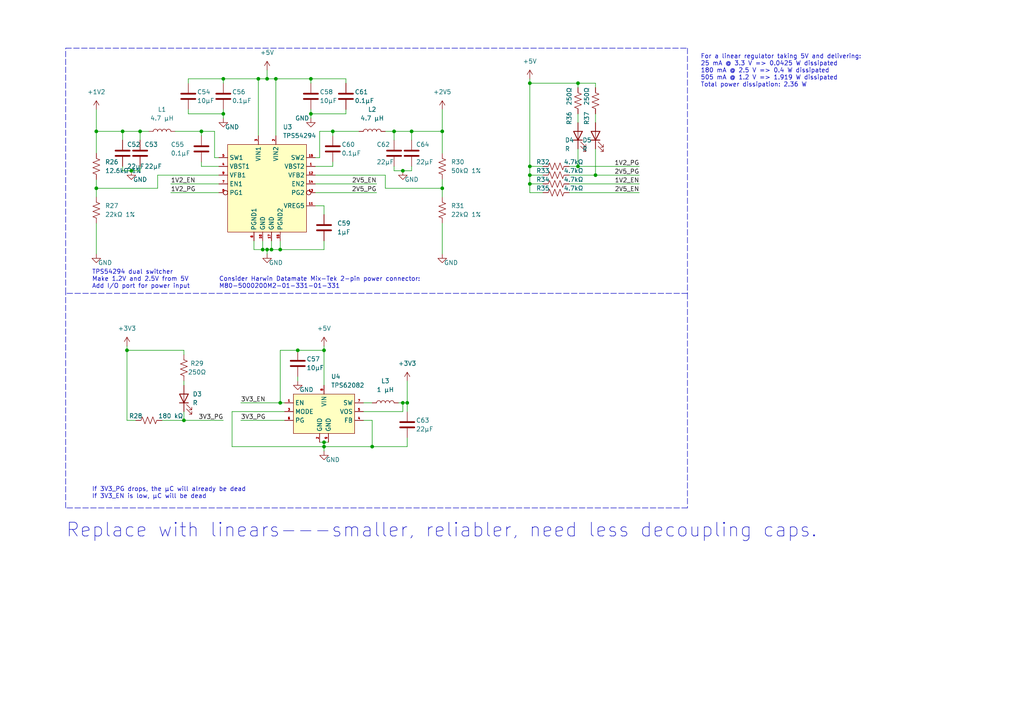
<source format=kicad_sch>
(kicad_sch (version 20211123) (generator eeschema)
  (paper "A4")
  (lib_symbols
    (symbol "Device:C" (pin_numbers hide) (pin_names (offset 0.254))
      (property "Reference" "C" (at 0.635 2.54 0))
      (property "Value" "C" (at 0.635 -2.54 0))
      (symbol "C_0_1"
        (polyline (pts (xy -2.032 -0.762) (xy 2.032 -0.762)) (stroke (width 0.508)))
        (polyline (pts (xy -2.032 0.762) (xy 2.032 0.762)) (stroke (width 0.508)))
      )
      (symbol "C_1_1"
        (pin passive line (at 0 3.81 270) (length 2.794) (name "~") (number "1"))
        (pin passive line (at 0 -3.81 90) (length 2.794) (name "~") (number "2"))
      )
    )
    (symbol "Device:L" (pin_numbers hide) (pin_names (offset 1.016) hide)
      (property "Reference" "L" (at -1.27 0 90))
      (property "Value" "L" (at 1.905 0 90))
      (symbol "L_0_1"
        (arc (start 0 -2.54) (mid 0.635 -1.905) (end 0 -1.27))
        (arc (start 0 -1.27) (mid 0.635 -0.635) (end 0 0))
        (arc (start 0 0) (mid 0.635 0.635) (end 0 1.27))
        (arc (start 0 1.27) (mid 0.635 1.905) (end 0 2.54))
      )
      (symbol "L_1_1"
        (pin passive line (at 0 3.81 270) (length 1.27) (name "1") (number "1"))
        (pin passive line (at 0 -3.81 90) (length 1.27) (name "2") (number "2"))
      )
    )
    (symbol "Device:LED" (pin_numbers hide) (pin_names (offset 1.016) hide)
      (property "Reference" "D" (at 0 2.54 0))
      (property "Value" "LED" (at 0 -2.54 0))
      (symbol "LED_0_1"
        (polyline (pts (xy -1.27 -1.27) (xy -1.27 1.27)) (stroke (width 0.254)))
        (polyline (pts (xy -1.27 0) (xy 1.27 0)))
        (polyline (pts (xy 1.27 -1.27) (xy 1.27 1.27) (xy -1.27 0) (xy 1.27 -1.27)) (stroke (width 0.254)))
        (polyline (pts (xy -3.048 -0.762) (xy -4.572 -2.286) (xy -3.81 -2.286) (xy -4.572 -2.286) (xy -4.572 -1.524)))
        (polyline (pts (xy -1.778 -0.762) (xy -3.302 -2.286) (xy -2.54 -2.286) (xy -3.302 -2.286) (xy -3.302 -1.524)))
      )
      (symbol "LED_1_1"
        (pin passive line (at -3.81 0 0) (length 2.54) (name "K") (number "1"))
        (pin passive line (at 3.81 0 180) (length 2.54) (name "A") (number "2"))
      )
    )
    (symbol "Device:R_US" (pin_numbers hide) (pin_names (offset 0))
      (property "Reference" "R" (at 2.54 0 90))
      (property "Value" "R_US" (at -2.54 0 90))
      (symbol "R_US_0_1"
        (polyline (pts (xy 0 -2.286) (xy 0 -2.54)))
        (polyline (pts (xy 0 2.286) (xy 0 2.54)))
        (polyline (pts (xy 0 -0.762) (xy 1.016 -1.143) (xy 0 -1.524) (xy -1.016 -1.905) (xy 0 -2.286)))
        (polyline (pts (xy 0 0.762) (xy 1.016 0.381) (xy 0 0) (xy -1.016 -0.381) (xy 0 -0.762)))
        (polyline (pts (xy 0 2.286) (xy 1.016 1.905) (xy 0 1.524) (xy -1.016 1.143) (xy 0 0.762)))
      )
      (symbol "R_US_1_1"
        (pin passive line (at 0 3.81 270) (length 1.27) (name "~") (number "1"))
        (pin passive line (at 0 -3.81 90) (length 1.27) (name "~") (number "2"))
      )
    )
    (symbol "Regulator_Switching:TPS54294"
      (property "Reference" "U" (at 10.16 2.54 0))
      (property "Value" "TPS54294" (at 11.43 -26.67 0))
      (symbol "TPS54294_0_1"
        (rectangle (start -11.43 0) (end 11.43 -25.4) (fill (type background)))
      )
      (symbol "TPS54294_1_1"
        (pin passive line (at 13.97 -6.35 180) (length 2.54) (name "VBST2") (number "1"))
        (pin passive line (at -1.27 -27.94 90) (length 2.54) (name "GND") (number "10"))
        (pin passive line (at 13.97 -17.78 180) (length 2.54) (name "VREG5") (number "11"))
        (pin passive line (at 13.97 -8.89 180) (length 2.54) (name "VFB2") (number "12"))
        (pin output inverted (at 13.97 -13.97 180) (length 2.54) (name "PG2") (number "13"))
        (pin input line (at 13.97 -11.43 180) (length 2.54) (name "EN2") (number "14"))
        (pin passive line (at 3.81 -27.94 90) (length 2.54) (name "PGND2") (number "15"))
        (pin open_collector line (at 13.97 -3.81 180) (length 2.54) (name "SW2") (number "16"))
        (pin passive line (at 1.27 -27.94 90) (length 2.54) (name "GND") (number "17"))
        (pin power_in line (at 2.54 2.54 270) (length 2.54) (name "VIN2") (number "2"))
        (pin power_in line (at -2.54 2.54 270) (length 2.54) (name "VIN1") (number "3"))
        (pin passive line (at -13.97 -6.35 0) (length 2.54) (name "VBST1") (number "4"))
        (pin open_collector line (at -13.97 -3.81 0) (length 2.54) (name "SW1") (number "5"))
        (pin passive line (at -3.81 -27.94 90) (length 2.54) (name "PGND1") (number "6"))
        (pin input line (at -13.97 -11.43 0) (length 2.54) (name "EN1") (number "7"))
        (pin output inverted (at -13.97 -13.97 0) (length 2.54) (name "PG1") (number "8"))
        (pin passive line (at -13.97 -8.89 0) (length 2.54) (name "VFB1") (number "9"))
      )
    )
    (symbol "Regulator_Switching:TPS62082"
      (property "Reference" "U" (at -7.62 3.81 0))
      (property "Value" "TPS62082" (at 5.08 3.81 0))
      (symbol "TPS62082_0_1"
        (rectangle (start -8.89 2.54) (end 8.89 -8.89) (fill (type background)))
      )
      (symbol "TPS62082_1_1"
        (pin input line (at -11.43 0 0) (length 2.54) (name "EN") (number "1"))
        (pin passive line (at -1.27 -11.43 90) (length 2.54) (name "GND") (number "2"))
        (pin input line (at -11.43 -2.54 0) (length 2.54) (name "MODE") (number "3"))
        (pin input line (at 11.43 -5.08 180) (length 2.54) (name "FB") (number "4"))
        (pin input line (at 11.43 -2.54 180) (length 2.54) (name "VOS") (number "5"))
        (pin output line (at -11.43 -5.08 0) (length 2.54) (name "PG") (number "6"))
        (pin output line (at 11.43 0 180) (length 2.54) (name "SW") (number "7"))
        (pin power_in line (at 0 5.08 270) (length 2.54) (name "VIN") (number "8"))
        (pin passive line (at 1.27 -11.43 90) (length 2.54) (name "GND") (number "9"))
      )
    )
    (symbol "power:+1V2" (power) (pin_names (offset 0))
      (property "Value" "+1V2" (at 0 3.556 0))
      (symbol "+1V2_0_1"
        (polyline (pts (xy -0.762 1.27) (xy 0 2.54)))
        (polyline (pts (xy 0 0) (xy 0 2.54)))
        (polyline (pts (xy 0 2.54) (xy 0.762 1.27)))
      )
      (symbol "+1V2_1_1"
        (pin power_in line (at 0 0 90) (length 0) hide (name "+1V2") (number "1"))
      )
    )
    (symbol "power:+2V5" (power) (pin_names (offset 0))
      (property "Value" "+2V5" (at 0 3.556 0))
      (symbol "+2V5_0_1"
        (polyline (pts (xy -0.762 1.27) (xy 0 2.54)))
        (polyline (pts (xy 0 0) (xy 0 2.54)))
        (polyline (pts (xy 0 2.54) (xy 0.762 1.27)))
      )
      (symbol "+2V5_1_1"
        (pin power_in line (at 0 0 90) (length 0) hide (name "+2V5") (number "1"))
      )
    )
    (symbol "power:+3V3" (power) (pin_names (offset 0))
      (property "Value" "+3V3" (at 0 3.556 0))
      (symbol "+3V3_0_1"
        (polyline (pts (xy -0.762 1.27) (xy 0 2.54)))
        (polyline (pts (xy 0 0) (xy 0 2.54)))
        (polyline (pts (xy 0 2.54) (xy 0.762 1.27)))
      )
      (symbol "+3V3_1_1"
        (pin power_in line (at 0 0 90) (length 0) hide (name "+3V3") (number "1"))
      )
    )
    (symbol "power:+5V" (power) (pin_names (offset 0))
      (property "Value" "+5V" (at 0 3.556 0))
      (symbol "+5V_0_1"
        (polyline (pts (xy -0.762 1.27) (xy 0 2.54)))
        (polyline (pts (xy 0 0) (xy 0 2.54)))
        (polyline (pts (xy 0 2.54) (xy 0.762 1.27)))
      )
      (symbol "+5V_1_1"
        (pin power_in line (at 0 0 90) (length 0) hide (name "+5V") (number "1"))
      )
    )
    (symbol "power:GND" (power) (pin_names (offset 0))
      (property "Value" "GND" (at 0 -3.81 0))
      (symbol "GND_0_1"
        (polyline (pts (xy 0 0) (xy 0 -1.27) (xy 1.27 -1.27) (xy 0 -2.54) (xy -1.27 -1.27) (xy 0 -1.27)))
      )
      (symbol "GND_1_1"
        (pin power_in line (at 0 0 270) (length 0) hide (name "GND") (number "1"))
      )
    )
  )
  (junction (at 128.27 38.1))
  (junction (at 74.93 22.86))
  (junction (at 38.1 49.53))
  (junction (at 81.28 116.84))
  (junction (at 27.94 38.1))
  (junction (at 153.67 24.13))
  (junction (at 114.3 38.1))
  (junction (at 90.17 33.02))
  (junction (at 116.84 49.53))
  (junction (at 80.01 22.86))
  (junction (at 96.52 38.1))
  (junction (at 64.77 33.02))
  (junction (at 77.47 22.86))
  (junction (at 76.2 72.39))
  (junction (at 107.95 129.54))
  (junction (at 153.67 53.34))
  (junction (at 27.94 54.61))
  (junction (at 167.64 48.26))
  (junction (at 172.72 50.8))
  (junction (at 35.56 38.1))
  (junction (at 86.36 101.6))
  (junction (at 78.74 72.39))
  (junction (at 90.17 22.86))
  (junction (at 77.47 72.39))
  (junction (at 93.98 101.6))
  (junction (at 81.28 72.39))
  (junction (at 93.98 128.27))
  (junction (at 93.98 129.54))
  (junction (at 153.67 48.26))
  (junction (at 167.64 24.13))
  (junction (at 53.34 121.92))
  (junction (at 116.84 116.84))
  (junction (at 58.42 38.1))
  (junction (at 40.64 38.1))
  (junction (at 153.67 50.8))
  (junction (at 128.27 54.61))
  (junction (at 36.83 101.6))
  (junction (at 118.11 116.84))
  (junction (at 64.77 22.86))
  (junction (at 119.38 38.1))
  (wire (pts (xy 172.72 43.18) (xy 172.72 50.8)))
  (wire (pts (xy 58.42 38.1) (xy 62.23 38.1)))
  (wire (pts (xy 90.17 33.02) (xy 90.17 34.29)))
  (wire (pts (xy 74.93 22.86) (xy 74.93 39.37)))
  (wire (pts (xy 153.67 50.8) (xy 153.67 53.34)))
  (wire (pts (xy 54.61 22.86) (xy 64.77 22.86)))
  (wire (pts (xy 73.66 72.39) (xy 76.2 72.39)))
  (wire (pts (xy 118.11 110.49) (xy 118.11 116.84)))
  (wire (pts (xy 43.18 38.1) (xy 40.64 38.1)))
  (wire (pts (xy 35.56 38.1) (xy 35.56 40.64)))
  (wire (pts (xy 27.94 38.1) (xy 27.94 31.75)))
  (wire (pts (xy 45.72 54.61) (xy 45.72 50.8)))
  (wire (pts (xy 36.83 121.92) (xy 39.37 121.92)))
  (wire (pts (xy 111.76 50.8) (xy 111.76 54.61)))
  (wire (pts (xy 128.27 38.1) (xy 128.27 44.45)))
  (wire (pts (xy 93.98 101.6) (xy 93.98 111.76)))
  (wire (pts (xy 81.28 69.85) (xy 81.28 72.39)))
  (wire (pts (xy 92.71 128.27) (xy 93.98 128.27)))
  (wire (pts (xy 93.98 128.27) (xy 95.25 128.27)))
  (wire (pts (xy 77.47 72.39) (xy 76.2 72.39)))
  (wire (pts (xy 153.67 53.34) (xy 157.48 53.34)))
  (wire (pts (xy 58.42 38.1) (xy 58.42 39.37)))
  (wire (pts (xy 67.31 119.38) (xy 67.31 129.54)))
  (wire (pts (xy 38.1 49.53) (xy 40.64 49.53)))
  (wire (pts (xy 93.98 101.6) (xy 86.36 101.6)))
  (wire (pts (xy 35.56 48.26) (xy 35.56 49.53)))
  (wire (pts (xy 153.67 50.8) (xy 157.48 50.8)))
  (wire (pts (xy 40.64 49.53) (xy 40.64 48.26)))
  (wire (pts (xy 81.28 116.84) (xy 82.55 116.84)))
  (polyline (pts (xy 199.39 147.32) (xy 19.05 147.32)))
  (wire (pts (xy 105.41 121.92) (xy 107.95 121.92)))
  (wire (pts (xy 64.77 22.86) (xy 64.77 24.13)))
  (wire (pts (xy 167.64 33.02) (xy 167.64 35.56)))
  (wire (pts (xy 114.3 38.1) (xy 119.38 38.1)))
  (wire (pts (xy 27.94 52.07) (xy 27.94 54.61)))
  (wire (pts (xy 165.1 48.26) (xy 167.64 48.26)))
  (wire (pts (xy 54.61 24.13) (xy 54.61 22.86)))
  (polyline (pts (xy 199.39 85.09) (xy 199.39 147.32)))
  (wire (pts (xy 27.94 54.61) (xy 45.72 54.61)))
  (wire (pts (xy 96.52 48.26) (xy 91.44 48.26)))
  (wire (pts (xy 153.67 48.26) (xy 157.48 48.26)))
  (wire (pts (xy 167.64 48.26) (xy 185.42 48.26)))
  (wire (pts (xy 62.23 45.72) (xy 63.5 45.72)))
  (wire (pts (xy 172.72 25.4) (xy 172.72 24.13)))
  (wire (pts (xy 153.67 53.34) (xy 153.67 55.88)))
  (wire (pts (xy 91.44 45.72) (xy 92.71 45.72)))
  (wire (pts (xy 58.42 48.26) (xy 63.5 48.26)))
  (wire (pts (xy 27.94 64.77) (xy 27.94 73.66)))
  (wire (pts (xy 172.72 24.13) (xy 167.64 24.13)))
  (wire (pts (xy 35.56 49.53) (xy 38.1 49.53)))
  (wire (pts (xy 53.34 110.49) (xy 53.34 111.76)))
  (wire (pts (xy 36.83 100.33) (xy 36.83 101.6)))
  (wire (pts (xy 153.67 24.13) (xy 153.67 48.26)))
  (wire (pts (xy 40.64 38.1) (xy 35.56 38.1)))
  (wire (pts (xy 67.31 129.54) (xy 93.98 129.54)))
  (wire (pts (xy 80.01 22.86) (xy 80.01 39.37)))
  (wire (pts (xy 27.94 57.15) (xy 27.94 54.61)))
  (wire (pts (xy 81.28 101.6) (xy 86.36 101.6)))
  (wire (pts (xy 153.67 24.13) (xy 167.64 24.13)))
  (wire (pts (xy 73.66 69.85) (xy 73.66 72.39)))
  (wire (pts (xy 53.34 101.6) (xy 36.83 101.6)))
  (wire (pts (xy 167.64 25.4) (xy 167.64 24.13)))
  (wire (pts (xy 90.17 22.86) (xy 90.17 24.13)))
  (wire (pts (xy 92.71 38.1) (xy 96.52 38.1)))
  (wire (pts (xy 105.41 119.38) (xy 116.84 119.38)))
  (wire (pts (xy 50.8 38.1) (xy 58.42 38.1)))
  (wire (pts (xy 53.34 101.6) (xy 53.34 102.87)))
  (wire (pts (xy 93.98 129.54) (xy 93.98 130.81)))
  (wire (pts (xy 27.94 38.1) (xy 27.94 44.45)))
  (wire (pts (xy 93.98 128.27) (xy 93.98 129.54)))
  (wire (pts (xy 153.67 55.88) (xy 157.48 55.88)))
  (wire (pts (xy 93.98 100.33) (xy 93.98 101.6)))
  (wire (pts (xy 67.31 119.38) (xy 82.55 119.38)))
  (polyline (pts (xy 199.39 13.97) (xy 199.39 85.09)))
  (wire (pts (xy 45.72 50.8) (xy 63.5 50.8)))
  (wire (pts (xy 35.56 38.1) (xy 27.94 38.1)))
  (wire (pts (xy 64.77 33.02) (xy 64.77 34.29)))
  (polyline (pts (xy 19.05 13.97) (xy 199.39 13.97)))
  (polyline (pts (xy 199.39 85.09) (xy 19.05 85.09)))
  (polyline (pts (xy 19.05 147.32) (xy 19.05 85.09)))
  (wire (pts (xy 128.27 64.77) (xy 128.27 73.66)))
  (wire (pts (xy 40.64 38.1) (xy 40.64 40.64)))
  (wire (pts (xy 119.38 49.53) (xy 116.84 49.53)))
  (wire (pts (xy 36.83 101.6) (xy 36.83 121.92)))
  (wire (pts (xy 116.84 116.84) (xy 118.11 116.84)))
  (wire (pts (xy 118.11 127) (xy 118.11 129.54)))
  (wire (pts (xy 119.38 49.53) (xy 119.38 48.26)))
  (wire (pts (xy 128.27 54.61) (xy 128.27 57.15)))
  (wire (pts (xy 90.17 22.86) (xy 100.33 22.86)))
  (wire (pts (xy 128.27 38.1) (xy 128.27 31.75)))
  (wire (pts (xy 111.76 38.1) (xy 114.3 38.1)))
  (wire (pts (xy 118.11 119.38) (xy 118.11 116.84)))
  (wire (pts (xy 58.42 46.99) (xy 58.42 48.26)))
  (wire (pts (xy 165.1 53.34) (xy 185.42 53.34)))
  (wire (pts (xy 96.52 38.1) (xy 104.14 38.1)))
  (wire (pts (xy 63.5 53.34) (xy 49.53 53.34)))
  (wire (pts (xy 105.41 116.84) (xy 107.95 116.84)))
  (wire (pts (xy 128.27 52.07) (xy 128.27 54.61)))
  (wire (pts (xy 114.3 48.26) (xy 114.3 49.53)))
  (wire (pts (xy 91.44 53.34) (xy 109.22 53.34)))
  (wire (pts (xy 93.98 72.39) (xy 81.28 72.39)))
  (wire (pts (xy 54.61 33.02) (xy 64.77 33.02)))
  (wire (pts (xy 172.72 33.02) (xy 172.72 35.56)))
  (wire (pts (xy 64.77 22.86) (xy 74.93 22.86)))
  (polyline (pts (xy 19.05 85.09) (xy 19.05 13.97)))
  (wire (pts (xy 115.57 116.84) (xy 116.84 116.84)))
  (wire (pts (xy 69.85 121.92) (xy 82.55 121.92)))
  (wire (pts (xy 77.47 72.39) (xy 77.47 73.66)))
  (wire (pts (xy 69.85 116.84) (xy 81.28 116.84)))
  (wire (pts (xy 78.74 69.85) (xy 78.74 72.39)))
  (wire (pts (xy 49.53 55.88) (xy 63.5 55.88)))
  (wire (pts (xy 93.98 129.54) (xy 107.95 129.54)))
  (wire (pts (xy 77.47 22.86) (xy 80.01 22.86)))
  (wire (pts (xy 172.72 50.8) (xy 185.42 50.8)))
  (wire (pts (xy 90.17 31.75) (xy 90.17 33.02)))
  (wire (pts (xy 119.38 38.1) (xy 119.38 40.64)))
  (wire (pts (xy 114.3 38.1) (xy 114.3 40.64)))
  (wire (pts (xy 81.28 116.84) (xy 81.28 101.6)))
  (wire (pts (xy 54.61 31.75) (xy 54.61 33.02)))
  (wire (pts (xy 80.01 22.86) (xy 90.17 22.86)))
  (wire (pts (xy 78.74 72.39) (xy 77.47 72.39)))
  (wire (pts (xy 53.34 119.38) (xy 53.34 121.92)))
  (wire (pts (xy 76.2 72.39) (xy 76.2 69.85)))
  (wire (pts (xy 81.28 72.39) (xy 78.74 72.39)))
  (wire (pts (xy 53.34 121.92) (xy 64.77 121.92)))
  (wire (pts (xy 93.98 69.85) (xy 93.98 72.39)))
  (wire (pts (xy 93.98 62.23) (xy 93.98 59.69)))
  (wire (pts (xy 90.17 33.02) (xy 100.33 33.02)))
  (wire (pts (xy 107.95 121.92) (xy 107.95 129.54)))
  (wire (pts (xy 91.44 50.8) (xy 111.76 50.8)))
  (wire (pts (xy 62.23 38.1) (xy 62.23 45.72)))
  (wire (pts (xy 153.67 22.86) (xy 153.67 24.13)))
  (wire (pts (xy 165.1 55.88) (xy 185.42 55.88)))
  (wire (pts (xy 77.47 20.32) (xy 77.47 22.86)))
  (wire (pts (xy 100.33 22.86) (xy 100.33 24.13)))
  (wire (pts (xy 91.44 55.88) (xy 109.22 55.88)))
  (wire (pts (xy 74.93 22.86) (xy 77.47 22.86)))
  (wire (pts (xy 96.52 38.1) (xy 96.52 39.37)))
  (wire (pts (xy 153.67 48.26) (xy 153.67 50.8)))
  (wire (pts (xy 100.33 31.75) (xy 100.33 33.02)))
  (wire (pts (xy 92.71 45.72) (xy 92.71 38.1)))
  (wire (pts (xy 165.1 50.8) (xy 172.72 50.8)))
  (wire (pts (xy 119.38 38.1) (xy 128.27 38.1)))
  (wire (pts (xy 93.98 59.69) (xy 91.44 59.69)))
  (wire (pts (xy 64.77 31.75) (xy 64.77 33.02)))
  (wire (pts (xy 114.3 49.53) (xy 116.84 49.53)))
  (wire (pts (xy 116.84 119.38) (xy 116.84 116.84)))
  (wire (pts (xy 167.64 43.18) (xy 167.64 48.26)))
  (wire (pts (xy 46.99 121.92) (xy 53.34 121.92)))
  (wire (pts (xy 111.76 54.61) (xy 128.27 54.61)))
  (wire (pts (xy 118.11 129.54) (xy 107.95 129.54)))
  (wire (pts (xy 96.52 46.99) (xy 96.52 48.26)))
  (wire (pts (xy 86.36 109.22) (xy 86.36 110.49)))
  (text "Consider Harwin Datamate Mix-Tek 2-pin power connector:\nM80-5000200M2-01-331-01-331" (at 63.5 83.82 0) (effects (font (size 1.27 1.27)) (justify left bottom)))
  (text "For a linear regulator taking 5V and delivering:\n25 mA @ 3.3 V => 0.0425 W dissipated \n180 mA @ 2.5 V => 0.4 W dissipated\n505 mA @ 1.2 V => 1.919 W dissipated\nTotal power dissipation: 2.36 W" (at 203.2 25.4 0) (effects (font (size 1.27 1.27)) (justify left bottom)))
  (text "Replace with linears---smaller, reliabler, need less decoupling caps." (at 19.05 156.21 0) (effects (font (size 4 4)) (justify left bottom)))
  (text "If 3V3_PG drops, the µC will already be dead\nIf 3V3_EN is low, µC will be dead" (at 26.67 144.78 0) (effects (font (size 1.27 1.27)) (justify left bottom)))
  (text "TPS54294 dual switcher\nMake 1.2V and 2.5V from 5V\nAdd I/O port for power input\n" (at 26.67 83.82 0) (effects (font (size 1.27 1.27)) (justify left bottom)))
  (label "1V2_PG" (at 185.42 48.26 180))
  (label "2V5_EN" (at 109.22 53.34 180))
  (label "1V2_EN" (at 49.53 53.34 0))
  (label "2V5_EN" (at 185.42 55.88 180))
  (label "1V2_PG" (at 49.53 55.88 0))
  (label "2V5_PG" (at 185.42 50.8 180))
  (label "3V3_PG" (at 64.77 121.92 180))
  (label "1V2_EN" (at 185.42 53.34 180))
  (label "3V3_EN" (at 69.85 116.84 0))
  (label "2V5_PG" (at 109.22 55.88 180))
  (label "3V3_PG" (at 69.85 121.92 0))
  (symbol (lib_id "power:+3V3") (at 36.83 100.33 0) (unit 1)
    (property "Reference" "#PWR041" (effects hide))
    (property "Value" "+3V3" (at 36.83 95.25 0))
  )
  (symbol (lib_id "Device:C") (at 58.42 43.18 180) (unit 1)
    (property "Reference" "C55" (at 49.53 41.91 0) (effects (justify right)))
    (property "Value" "0.1µF" (at 49.53 44.45 0) (effects (justify right)))
    (property "Footprint" "Capacitor_SMD:C_0402_1005Metric" (effects hide))
  )
  (symbol (lib_id "Regulator_Switching:TPS54294") (at 77.47 41.91 0) (unit 1)
    (property "Reference" "U3" (at 82.0294 36.83 0) (effects (justify left)))
    (property "Value" "TPS54294" (at 82.0294 39.37 0) (effects (justify left)))
    (property "Footprint" "Package_DFN_QFN:Texas_S-PVQFN-N16_EP2.7x2.7mm" (effects hide))
    (property "Datasheet" "https://www.ti.com/lit/ds/symlink/tps54294.pdf?HQS=dis-dk-null-digikeymode-dsf-pf-null-wwe&ts=1657577853680" (effects hide))
    (property "Digikey" "296-36392-1-ND" (effects hide))
  )
  (symbol (lib_id "power:+5V") (at 77.47 20.32 0) (unit 1)
    (property "Reference" "#PWR044" (effects hide))
    (property "Value" "+5V" (at 77.47 15.24 0))
  )
  (symbol (lib_id "power:+2V5") (at 128.27 31.75 0) (unit 1)
    (property "Reference" "#PWR052" (effects hide))
    (property "Value" "+2V5" (at 128.27 26.67 0))
  )
  (symbol (lib_id "Device:C") (at 114.3 44.45 180) (unit 1)
    (property "Reference" "C62" (at 109.22 41.91 0) (effects (justify right)))
    (property "Value" "22µF" (at 109.22 46.99 0) (effects (justify right)))
    (property "Footprint" "Capacitor_SMD:C_1206_3216Metric" (effects hide))
  )
  (symbol (lib_id "Device:L") (at 111.76 116.84 90) (unit 1)
    (property "Reference" "L3" (at 111.76 110.49 90))
    (property "Value" "1 µH" (at 111.76 113.03 90))
    (property "Footprint" "Inductor_SMD:L_Wuerth_MAPI-3020" (effects hide))
    (property "Datasheet" "https://www.we-online.com/katalog/datasheet/74438336010.pdf" (effects hide))
    (property "Digikey" "732-5693-1-ND" (effects hide))
  )
  (symbol (lib_id "Device:C") (at 100.33 27.94 180) (unit 1)
    (property "Reference" "C61" (at 102.87 26.67 0) (effects (justify right)))
    (property "Value" "0.1µF" (at 102.87 29.21 0) (effects (justify right)))
    (property "Footprint" "Capacitor_SMD:C_0402_1005Metric" (effects hide))
  )
  (symbol (lib_id "power:GND") (at 90.17 34.29 0) (unit 1)
    (property "Reference" "#PWR047" (effects hide))
    (property "Value" "GND" (at 87.63 34.29 0))
  )
  (symbol (lib_id "power:GND") (at 116.84 49.53 0) (unit 1)
    (property "Reference" "#PWR050" (effects hide))
    (property "Value" "GND" (at 119.38 52.07 0))
  )
  (symbol (lib_id "Device:C") (at 118.11 123.19 180) (unit 1)
    (property "Reference" "C63" (at 120.65 121.92 0) (effects (justify right)))
    (property "Value" "22µF" (at 120.65 124.46 0) (effects (justify right)))
    (property "Footprint" "Capacitor_SMD:C_0805_2012Metric" (effects hide))
  )
  (symbol (lib_id "Device:R_US") (at 53.34 106.68 0) (unit 1)
    (property "Reference" "R29" (at 57.15 105.41 0))
    (property "Value" "250Ω" (at 57.15 107.95 0))
    (property "Footprint" "Resistor_SMD:R_0603_1608Metric" (effects hide))
  )
  (symbol (lib_id "power:GND") (at 86.36 110.49 0) (unit 1)
    (property "Reference" "#PWR046" (effects hide))
    (property "Value" "GND" (at 88.9 113.03 0))
  )
  (symbol (lib_id "Device:C") (at 90.17 27.94 180) (unit 1)
    (property "Reference" "C58" (at 92.71 26.67 0) (effects (justify right)))
    (property "Value" "10µF" (at 92.71 29.21 0) (effects (justify right)))
    (property "Footprint" "Capacitor_SMD:C_0805_2012Metric" (effects hide))
  )
  (symbol (lib_id "Device:R_US") (at 161.29 53.34 90) (unit 1)
    (property "Reference" "R34" (at 157.48 52.07 90))
    (property "Value" "4.7kΩ" (at 166.37 52.07 90))
    (property "Footprint" "Resistor_SMD:R_0603_1608Metric" (effects hide))
  )
  (symbol (lib_id "Device:C") (at 119.38 44.45 180) (unit 1)
    (property "Reference" "C64" (at 120.65 41.91 0) (effects (justify right)))
    (property "Value" "22µF" (at 120.65 46.99 0) (effects (justify right)))
    (property "Footprint" "Capacitor_SMD:C_1206_3216Metric" (effects hide))
  )
  (symbol (lib_id "Device:LED") (at 172.72 39.37 90) (unit 1)
    (property "Reference" "D5" (at 168.91 40.64 90) (effects (justify right)))
    (property "Value" "R" (at 168.91 43.18 90) (effects (justify right)))
    (property "Footprint" "Diode_SMD:D_0603_1608Metric" (effects hide))
  )
  (symbol (lib_id "power:GND") (at 128.27 73.66 0) (unit 1)
    (property "Reference" "#PWR053" (effects hide))
    (property "Value" "GND" (at 130.81 76.2 0))
  )
  (symbol (lib_id "Device:R_US") (at 167.64 29.21 0) (unit 1)
    (property "Reference" "R36" (at 165.1 34.29 90))
    (property "Value" "250Ω" (at 165.1 27.94 90))
    (property "Footprint" "Resistor_SMD:R_0603_1608Metric" (effects hide))
  )
  (symbol (lib_id "Device:L") (at 107.95 38.1 90) (unit 1)
    (property "Reference" "L2" (at 107.95 31.75 90))
    (property "Value" "4.7 µH" (at 107.95 34.29 90))
    (property "Footprint" "Inductor_SMD:L_Wuerth_MAPI-4030" (effects hide))
    (property "Datasheet" "https://www.we-online.com/katalog/datasheet/74438357047.pdf" (effects hide))
    (property "Digikey" "732-11202-1-ND" (effects hide))
  )
  (symbol (lib_id "power:+5V") (at 153.67 22.86 0) (unit 1)
    (property "Reference" "#PWR054" (effects hide))
    (property "Value" "+5V" (at 153.67 17.78 0))
  )
  (symbol (lib_id "Device:C") (at 54.61 27.94 180) (unit 1)
    (property "Reference" "C54" (at 57.15 26.67 0) (effects (justify right)))
    (property "Value" "10µF" (at 57.15 29.21 0) (effects (justify right)))
    (property "Footprint" "Capacitor_SMD:C_0805_2012Metric" (effects hide))
  )
  (symbol (lib_id "Device:C") (at 35.56 44.45 180) (unit 1)
    (property "Reference" "C52" (at 36.83 41.91 0) (effects (justify right)))
    (property "Value" "22µF" (at 36.83 48.26 0) (effects (justify right)))
    (property "Footprint" "Capacitor_SMD:C_1206_3216Metric" (effects hide))
  )
  (symbol (lib_id "Device:L") (at 46.99 38.1 90) (unit 1)
    (property "Reference" "L1" (at 46.99 31.75 90))
    (property "Value" "4.7 µH" (at 46.99 34.29 90))
    (property "Footprint" "Inductor_SMD:L_Wuerth_MAPI-4030" (effects hide))
    (property "Datasheet" "https://www.we-online.com/katalog/datasheet/74438357047.pdf" (effects hide))
    (property "Digikey" "732-11202-1-ND" (effects hide))
  )
  (symbol (lib_id "power:+3V3") (at 118.11 110.49 0) (unit 1)
    (property "Reference" "#PWR051" (effects hide))
    (property "Value" "+3V3" (at 118.11 105.41 0))
  )
  (symbol (lib_id "Device:R_US") (at 161.29 55.88 90) (unit 1)
    (property "Reference" "R35" (at 157.48 54.61 90))
    (property "Value" "4.7kΩ" (at 166.37 54.61 90))
    (property "Footprint" "Resistor_SMD:R_0603_1608Metric" (effects hide))
  )
  (symbol (lib_id "power:GND") (at 93.98 130.81 0) (unit 1)
    (property "Reference" "#PWR049" (effects hide))
    (property "Value" "GND" (at 96.52 133.35 0))
  )
  (symbol (lib_id "Device:C") (at 64.77 27.94 180) (unit 1)
    (property "Reference" "C56" (at 67.31 26.67 0) (effects (justify right)))
    (property "Value" "0.1µF" (at 67.31 29.21 0) (effects (justify right)))
    (property "Footprint" "Capacitor_SMD:C_0402_1005Metric" (effects hide))
  )
  (symbol (lib_id "power:GND") (at 64.77 34.29 0) (unit 1)
    (property "Reference" "#PWR043" (effects hide))
    (property "Value" "GND" (at 67.31 36.83 0))
  )
  (symbol (lib_id "Device:R_US") (at 161.29 50.8 90) (unit 1)
    (property "Reference" "R33" (at 157.48 49.53 90))
    (property "Value" "4.7kΩ" (at 166.37 49.53 90))
    (property "Footprint" "Resistor_SMD:R_0603_1608Metric" (effects hide))
  )
  (symbol (lib_id "Device:LED") (at 53.34 115.57 90) (unit 1)
    (property "Reference" "D3" (at 55.88 114.3 90) (effects (justify right)))
    (property "Value" "R" (at 55.88 116.84 90) (effects (justify right)))
    (property "Footprint" "Diode_SMD:D_0603_1608Metric" (effects hide))
  )
  (symbol (lib_id "Device:C") (at 96.52 43.18 0) (unit 1)
    (property "Reference" "C60" (at 99.06 41.91 0) (effects (justify left)))
    (property "Value" "0.1µF" (at 99.06 44.45 0) (effects (justify left)))
    (property "Footprint" "Capacitor_SMD:C_0402_1005Metric" (effects hide))
  )
  (symbol (lib_id "Device:R_US") (at 172.72 29.21 0) (unit 1)
    (property "Reference" "R37" (at 170.18 34.29 90))
    (property "Value" "250Ω" (at 170.18 27.94 90))
    (property "Footprint" "Resistor_SMD:R_0603_1608Metric" (effects hide))
  )
  (symbol (lib_id "power:+5V") (at 93.98 100.33 0) (unit 1)
    (property "Reference" "#PWR048" (effects hide))
    (property "Value" "+5V" (at 93.98 95.25 0))
  )
  (symbol (lib_id "Device:R_US") (at 27.94 60.96 180) (unit 1)
    (property "Reference" "R27" (at 30.48 59.6899 0) (effects (justify right)))
    (property "Value" "22kΩ 1%" (at 30.48 62.2299 0) (effects (justify right)))
    (property "Footprint" "Resistor_SMD:R_0603_1608Metric" (effects hide))
  )
  (symbol (lib_id "power:+1V2") (at 27.94 31.75 0) (unit 1)
    (property "Reference" "#PWR039" (effects hide))
    (property "Value" "+1V2" (at 27.94 26.67 0))
  )
  (symbol (lib_id "Device:R_US") (at 27.94 48.26 180) (unit 1)
    (property "Reference" "R26" (at 30.48 46.9899 0) (effects (justify right)))
    (property "Value" "12.6kΩ 1%" (at 30.48 49.5299 0) (effects (justify right)))
    (property "Footprint" "Resistor_SMD:R_0603_1608Metric" (effects hide))
  )
  (symbol (lib_id "Device:LED") (at 167.64 39.37 90) (unit 1)
    (property "Reference" "D4" (at 163.83 40.64 90) (effects (justify right)))
    (property "Value" "R" (at 163.83 43.18 90) (effects (justify right)))
    (property "Footprint" "Diode_SMD:D_0603_1608Metric" (effects hide))
  )
  (symbol (lib_id "Device:R_US") (at 128.27 48.26 0) (unit 1)
    (property "Reference" "R30" (at 130.81 46.9899 0) (effects (justify left)))
    (property "Value" "50kΩ 1%" (at 130.81 49.5299 0) (effects (justify left)))
    (property "Footprint" "Resistor_SMD:R_0603_1608Metric" (effects hide))
  )
  (symbol (lib_id "power:GND") (at 27.94 73.66 0) (unit 1)
    (property "Reference" "#PWR040" (effects hide))
    (property "Value" "GND" (at 30.48 76.2 0))
  )
  (symbol (lib_id "Device:R_US") (at 161.29 48.26 90) (unit 1)
    (property "Reference" "R32" (at 157.48 46.99 90))
    (property "Value" "4.7kΩ" (at 166.37 46.99 90))
    (property "Footprint" "Resistor_SMD:R_0603_1608Metric" (effects hide))
  )
  (symbol (lib_id "Device:C") (at 86.36 105.41 180) (unit 1)
    (property "Reference" "C57" (at 88.9 104.14 0) (effects (justify right)))
    (property "Value" "10µF" (at 88.9 106.68 0) (effects (justify right)))
    (property "Footprint" "Capacitor_SMD:C_0805_2012Metric" (effects hide))
  )
  (symbol (lib_id "Device:R_US") (at 43.18 121.92 270) (unit 1)
    (property "Reference" "R28" (at 39.37 120.65 90))
    (property "Value" "180 kΩ" (at 49.53 120.65 90))
    (property "Footprint" "Resistor_SMD:R_0603_1608Metric" (effects hide))
  )
  (symbol (lib_id "Device:R_US") (at 128.27 60.96 0) (unit 1)
    (property "Reference" "R31" (at 130.81 59.6899 0) (effects (justify left)))
    (property "Value" "22kΩ 1%" (at 130.81 62.2299 0) (effects (justify left)))
    (property "Footprint" "Resistor_SMD:R_0603_1608Metric" (effects hide))
  )
  (symbol (lib_id "Regulator_Switching:TPS62082") (at 93.98 116.84 0) (unit 1)
    (property "Reference" "U4" (at 95.9994 109.22 0) (effects (justify left)))
    (property "Value" "TPS62082" (at 95.9994 111.76 0) (effects (justify left)))
    (property "Footprint" "Package_SON:WSON-8-1EP_2x2mm_P0.5mm_EP0.9x1.6mm" (effects hide))
    (property "Datasheet" "https://www.ti.com/lit/ds/symlink/tps62080.pdf?HQS=dis-dk-null-digikeymode-dsf-pf-null-wwe&ts=1658501893964" (effects hide))
    (property "Digikey" "296-29647-1-ND" (effects hide))
  )
  (symbol (lib_id "Device:C") (at 40.64 44.45 180) (unit 1)
    (property "Reference" "C53" (at 41.91 41.91 0) (effects (justify right)))
    (property "Value" "22µF" (at 41.91 48.26 0) (effects (justify right)))
    (property "Footprint" "Capacitor_SMD:C_1206_3216Metric" (effects hide))
  )
  (symbol (lib_id "Device:C") (at 93.98 66.04 0) (unit 1)
    (property "Reference" "C59" (at 97.79 64.7699 0) (effects (justify left)))
    (property "Value" "1µF" (at 97.79 67.3099 0) (effects (justify left)))
    (property "Footprint" "Capacitor_SMD:C_0603_1608Metric" (effects hide))
  )
  (symbol (lib_id "power:GND") (at 77.47 73.66 0) (unit 1)
    (property "Reference" "#PWR045" (effects hide))
    (property "Value" "GND" (at 80.01 76.2 0))
  )
  (symbol (lib_id "power:GND") (at 38.1 49.53 0) (unit 1)
    (property "Reference" "#PWR042" (effects hide))
    (property "Value" "GND" (at 40.64 52.07 0))
  )
)
</source>
